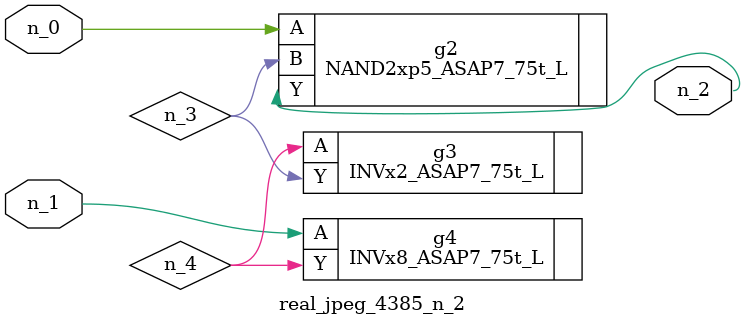
<source format=v>
module real_jpeg_4385_n_2 (n_1, n_0, n_2);

input n_1;
input n_0;

output n_2;

wire n_4;
wire n_3;

NAND2xp5_ASAP7_75t_L g2 ( 
.A(n_0),
.B(n_3),
.Y(n_2)
);

INVx8_ASAP7_75t_L g4 ( 
.A(n_1),
.Y(n_4)
);

INVx2_ASAP7_75t_L g3 ( 
.A(n_4),
.Y(n_3)
);


endmodule
</source>
